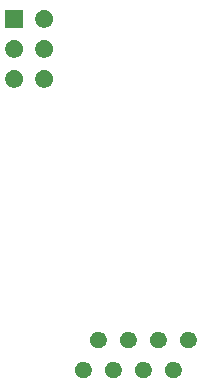
<source format=gbr>
G04 #@! TF.GenerationSoftware,KiCad,Pcbnew,5.1.4*
G04 #@! TF.CreationDate,2019-11-22T11:27:49-05:00*
G04 #@! TF.ProjectId,wheel_speed,77686565-6c5f-4737-9065-65642e6b6963,rev?*
G04 #@! TF.SameCoordinates,Original*
G04 #@! TF.FileFunction,Soldermask,Bot*
G04 #@! TF.FilePolarity,Negative*
%FSLAX46Y46*%
G04 Gerber Fmt 4.6, Leading zero omitted, Abs format (unit mm)*
G04 Created by KiCad (PCBNEW 5.1.4) date 2019-11-22 11:27:49*
%MOMM*%
%LPD*%
G04 APERTURE LIST*
%ADD10C,0.100000*%
G04 APERTURE END LIST*
D10*
G36*
X117044473Y-124801938D02*
G01*
X117172049Y-124854782D01*
X117286859Y-124931495D01*
X117384505Y-125029141D01*
X117461218Y-125143951D01*
X117514062Y-125271527D01*
X117541000Y-125406956D01*
X117541000Y-125545044D01*
X117514062Y-125680473D01*
X117461218Y-125808049D01*
X117384505Y-125922859D01*
X117286859Y-126020505D01*
X117172049Y-126097218D01*
X117044473Y-126150062D01*
X116909044Y-126177000D01*
X116770956Y-126177000D01*
X116635527Y-126150062D01*
X116507951Y-126097218D01*
X116393141Y-126020505D01*
X116295495Y-125922859D01*
X116218782Y-125808049D01*
X116165938Y-125680473D01*
X116139000Y-125545044D01*
X116139000Y-125406956D01*
X116165938Y-125271527D01*
X116218782Y-125143951D01*
X116295495Y-125029141D01*
X116393141Y-124931495D01*
X116507951Y-124854782D01*
X116635527Y-124801938D01*
X116770956Y-124775000D01*
X116909044Y-124775000D01*
X117044473Y-124801938D01*
X117044473Y-124801938D01*
G37*
G36*
X111964473Y-124801938D02*
G01*
X112092049Y-124854782D01*
X112206859Y-124931495D01*
X112304505Y-125029141D01*
X112381218Y-125143951D01*
X112434062Y-125271527D01*
X112461000Y-125406956D01*
X112461000Y-125545044D01*
X112434062Y-125680473D01*
X112381218Y-125808049D01*
X112304505Y-125922859D01*
X112206859Y-126020505D01*
X112092049Y-126097218D01*
X111964473Y-126150062D01*
X111829044Y-126177000D01*
X111690956Y-126177000D01*
X111555527Y-126150062D01*
X111427951Y-126097218D01*
X111313141Y-126020505D01*
X111215495Y-125922859D01*
X111138782Y-125808049D01*
X111085938Y-125680473D01*
X111059000Y-125545044D01*
X111059000Y-125406956D01*
X111085938Y-125271527D01*
X111138782Y-125143951D01*
X111215495Y-125029141D01*
X111313141Y-124931495D01*
X111427951Y-124854782D01*
X111555527Y-124801938D01*
X111690956Y-124775000D01*
X111829044Y-124775000D01*
X111964473Y-124801938D01*
X111964473Y-124801938D01*
G37*
G36*
X114504473Y-124801938D02*
G01*
X114632049Y-124854782D01*
X114746859Y-124931495D01*
X114844505Y-125029141D01*
X114921218Y-125143951D01*
X114974062Y-125271527D01*
X115001000Y-125406956D01*
X115001000Y-125545044D01*
X114974062Y-125680473D01*
X114921218Y-125808049D01*
X114844505Y-125922859D01*
X114746859Y-126020505D01*
X114632049Y-126097218D01*
X114504473Y-126150062D01*
X114369044Y-126177000D01*
X114230956Y-126177000D01*
X114095527Y-126150062D01*
X113967951Y-126097218D01*
X113853141Y-126020505D01*
X113755495Y-125922859D01*
X113678782Y-125808049D01*
X113625938Y-125680473D01*
X113599000Y-125545044D01*
X113599000Y-125406956D01*
X113625938Y-125271527D01*
X113678782Y-125143951D01*
X113755495Y-125029141D01*
X113853141Y-124931495D01*
X113967951Y-124854782D01*
X114095527Y-124801938D01*
X114230956Y-124775000D01*
X114369044Y-124775000D01*
X114504473Y-124801938D01*
X114504473Y-124801938D01*
G37*
G36*
X119584473Y-124801938D02*
G01*
X119712049Y-124854782D01*
X119826859Y-124931495D01*
X119924505Y-125029141D01*
X120001218Y-125143951D01*
X120054062Y-125271527D01*
X120081000Y-125406956D01*
X120081000Y-125545044D01*
X120054062Y-125680473D01*
X120001218Y-125808049D01*
X119924505Y-125922859D01*
X119826859Y-126020505D01*
X119712049Y-126097218D01*
X119584473Y-126150062D01*
X119449044Y-126177000D01*
X119310956Y-126177000D01*
X119175527Y-126150062D01*
X119047951Y-126097218D01*
X118933141Y-126020505D01*
X118835495Y-125922859D01*
X118758782Y-125808049D01*
X118705938Y-125680473D01*
X118679000Y-125545044D01*
X118679000Y-125406956D01*
X118705938Y-125271527D01*
X118758782Y-125143951D01*
X118835495Y-125029141D01*
X118933141Y-124931495D01*
X119047951Y-124854782D01*
X119175527Y-124801938D01*
X119310956Y-124775000D01*
X119449044Y-124775000D01*
X119584473Y-124801938D01*
X119584473Y-124801938D01*
G37*
G36*
X115774473Y-122261938D02*
G01*
X115902049Y-122314782D01*
X116016859Y-122391495D01*
X116114505Y-122489141D01*
X116191218Y-122603951D01*
X116244062Y-122731527D01*
X116271000Y-122866956D01*
X116271000Y-123005044D01*
X116244062Y-123140473D01*
X116191218Y-123268049D01*
X116114505Y-123382859D01*
X116016859Y-123480505D01*
X115902049Y-123557218D01*
X115774473Y-123610062D01*
X115639044Y-123637000D01*
X115500956Y-123637000D01*
X115365527Y-123610062D01*
X115237951Y-123557218D01*
X115123141Y-123480505D01*
X115025495Y-123382859D01*
X114948782Y-123268049D01*
X114895938Y-123140473D01*
X114869000Y-123005044D01*
X114869000Y-122866956D01*
X114895938Y-122731527D01*
X114948782Y-122603951D01*
X115025495Y-122489141D01*
X115123141Y-122391495D01*
X115237951Y-122314782D01*
X115365527Y-122261938D01*
X115500956Y-122235000D01*
X115639044Y-122235000D01*
X115774473Y-122261938D01*
X115774473Y-122261938D01*
G37*
G36*
X120854473Y-122261938D02*
G01*
X120982049Y-122314782D01*
X121096859Y-122391495D01*
X121194505Y-122489141D01*
X121271218Y-122603951D01*
X121324062Y-122731527D01*
X121351000Y-122866956D01*
X121351000Y-123005044D01*
X121324062Y-123140473D01*
X121271218Y-123268049D01*
X121194505Y-123382859D01*
X121096859Y-123480505D01*
X120982049Y-123557218D01*
X120854473Y-123610062D01*
X120719044Y-123637000D01*
X120580956Y-123637000D01*
X120445527Y-123610062D01*
X120317951Y-123557218D01*
X120203141Y-123480505D01*
X120105495Y-123382859D01*
X120028782Y-123268049D01*
X119975938Y-123140473D01*
X119949000Y-123005044D01*
X119949000Y-122866956D01*
X119975938Y-122731527D01*
X120028782Y-122603951D01*
X120105495Y-122489141D01*
X120203141Y-122391495D01*
X120317951Y-122314782D01*
X120445527Y-122261938D01*
X120580956Y-122235000D01*
X120719044Y-122235000D01*
X120854473Y-122261938D01*
X120854473Y-122261938D01*
G37*
G36*
X113234473Y-122261938D02*
G01*
X113362049Y-122314782D01*
X113476859Y-122391495D01*
X113574505Y-122489141D01*
X113651218Y-122603951D01*
X113704062Y-122731527D01*
X113731000Y-122866956D01*
X113731000Y-123005044D01*
X113704062Y-123140473D01*
X113651218Y-123268049D01*
X113574505Y-123382859D01*
X113476859Y-123480505D01*
X113362049Y-123557218D01*
X113234473Y-123610062D01*
X113099044Y-123637000D01*
X112960956Y-123637000D01*
X112825527Y-123610062D01*
X112697951Y-123557218D01*
X112583141Y-123480505D01*
X112485495Y-123382859D01*
X112408782Y-123268049D01*
X112355938Y-123140473D01*
X112329000Y-123005044D01*
X112329000Y-122866956D01*
X112355938Y-122731527D01*
X112408782Y-122603951D01*
X112485495Y-122489141D01*
X112583141Y-122391495D01*
X112697951Y-122314782D01*
X112825527Y-122261938D01*
X112960956Y-122235000D01*
X113099044Y-122235000D01*
X113234473Y-122261938D01*
X113234473Y-122261938D01*
G37*
G36*
X118314473Y-122261938D02*
G01*
X118442049Y-122314782D01*
X118556859Y-122391495D01*
X118654505Y-122489141D01*
X118731218Y-122603951D01*
X118784062Y-122731527D01*
X118811000Y-122866956D01*
X118811000Y-123005044D01*
X118784062Y-123140473D01*
X118731218Y-123268049D01*
X118654505Y-123382859D01*
X118556859Y-123480505D01*
X118442049Y-123557218D01*
X118314473Y-123610062D01*
X118179044Y-123637000D01*
X118040956Y-123637000D01*
X117905527Y-123610062D01*
X117777951Y-123557218D01*
X117663141Y-123480505D01*
X117565495Y-123382859D01*
X117488782Y-123268049D01*
X117435938Y-123140473D01*
X117409000Y-123005044D01*
X117409000Y-122866956D01*
X117435938Y-122731527D01*
X117488782Y-122603951D01*
X117565495Y-122489141D01*
X117663141Y-122391495D01*
X117777951Y-122314782D01*
X117905527Y-122261938D01*
X118040956Y-122235000D01*
X118179044Y-122235000D01*
X118314473Y-122261938D01*
X118314473Y-122261938D01*
G37*
G36*
X106137059Y-100115860D02*
G01*
X106273732Y-100172472D01*
X106396735Y-100254660D01*
X106501340Y-100359265D01*
X106583528Y-100482268D01*
X106640140Y-100618941D01*
X106669000Y-100764033D01*
X106669000Y-100911967D01*
X106640140Y-101057059D01*
X106583528Y-101193732D01*
X106501340Y-101316735D01*
X106396735Y-101421340D01*
X106273732Y-101503528D01*
X106273731Y-101503529D01*
X106273730Y-101503529D01*
X106137059Y-101560140D01*
X105991968Y-101589000D01*
X105844032Y-101589000D01*
X105698941Y-101560140D01*
X105562270Y-101503529D01*
X105562269Y-101503529D01*
X105562268Y-101503528D01*
X105439265Y-101421340D01*
X105334660Y-101316735D01*
X105252472Y-101193732D01*
X105195860Y-101057059D01*
X105167000Y-100911967D01*
X105167000Y-100764033D01*
X105195860Y-100618941D01*
X105252472Y-100482268D01*
X105334660Y-100359265D01*
X105439265Y-100254660D01*
X105562268Y-100172472D01*
X105698941Y-100115860D01*
X105844032Y-100087000D01*
X105991968Y-100087000D01*
X106137059Y-100115860D01*
X106137059Y-100115860D01*
G37*
G36*
X108677059Y-100115860D02*
G01*
X108813732Y-100172472D01*
X108936735Y-100254660D01*
X109041340Y-100359265D01*
X109123528Y-100482268D01*
X109180140Y-100618941D01*
X109209000Y-100764033D01*
X109209000Y-100911967D01*
X109180140Y-101057059D01*
X109123528Y-101193732D01*
X109041340Y-101316735D01*
X108936735Y-101421340D01*
X108813732Y-101503528D01*
X108813731Y-101503529D01*
X108813730Y-101503529D01*
X108677059Y-101560140D01*
X108531968Y-101589000D01*
X108384032Y-101589000D01*
X108238941Y-101560140D01*
X108102270Y-101503529D01*
X108102269Y-101503529D01*
X108102268Y-101503528D01*
X107979265Y-101421340D01*
X107874660Y-101316735D01*
X107792472Y-101193732D01*
X107735860Y-101057059D01*
X107707000Y-100911967D01*
X107707000Y-100764033D01*
X107735860Y-100618941D01*
X107792472Y-100482268D01*
X107874660Y-100359265D01*
X107979265Y-100254660D01*
X108102268Y-100172472D01*
X108238941Y-100115860D01*
X108384032Y-100087000D01*
X108531968Y-100087000D01*
X108677059Y-100115860D01*
X108677059Y-100115860D01*
G37*
G36*
X106137059Y-97575860D02*
G01*
X106273732Y-97632472D01*
X106396735Y-97714660D01*
X106501340Y-97819265D01*
X106583528Y-97942268D01*
X106640140Y-98078941D01*
X106669000Y-98224033D01*
X106669000Y-98371967D01*
X106640140Y-98517059D01*
X106583528Y-98653732D01*
X106501340Y-98776735D01*
X106396735Y-98881340D01*
X106273732Y-98963528D01*
X106273731Y-98963529D01*
X106273730Y-98963529D01*
X106137059Y-99020140D01*
X105991968Y-99049000D01*
X105844032Y-99049000D01*
X105698941Y-99020140D01*
X105562270Y-98963529D01*
X105562269Y-98963529D01*
X105562268Y-98963528D01*
X105439265Y-98881340D01*
X105334660Y-98776735D01*
X105252472Y-98653732D01*
X105195860Y-98517059D01*
X105167000Y-98371967D01*
X105167000Y-98224033D01*
X105195860Y-98078941D01*
X105252472Y-97942268D01*
X105334660Y-97819265D01*
X105439265Y-97714660D01*
X105562268Y-97632472D01*
X105698941Y-97575860D01*
X105844032Y-97547000D01*
X105991968Y-97547000D01*
X106137059Y-97575860D01*
X106137059Y-97575860D01*
G37*
G36*
X108677059Y-97575860D02*
G01*
X108813732Y-97632472D01*
X108936735Y-97714660D01*
X109041340Y-97819265D01*
X109123528Y-97942268D01*
X109180140Y-98078941D01*
X109209000Y-98224033D01*
X109209000Y-98371967D01*
X109180140Y-98517059D01*
X109123528Y-98653732D01*
X109041340Y-98776735D01*
X108936735Y-98881340D01*
X108813732Y-98963528D01*
X108813731Y-98963529D01*
X108813730Y-98963529D01*
X108677059Y-99020140D01*
X108531968Y-99049000D01*
X108384032Y-99049000D01*
X108238941Y-99020140D01*
X108102270Y-98963529D01*
X108102269Y-98963529D01*
X108102268Y-98963528D01*
X107979265Y-98881340D01*
X107874660Y-98776735D01*
X107792472Y-98653732D01*
X107735860Y-98517059D01*
X107707000Y-98371967D01*
X107707000Y-98224033D01*
X107735860Y-98078941D01*
X107792472Y-97942268D01*
X107874660Y-97819265D01*
X107979265Y-97714660D01*
X108102268Y-97632472D01*
X108238941Y-97575860D01*
X108384032Y-97547000D01*
X108531968Y-97547000D01*
X108677059Y-97575860D01*
X108677059Y-97575860D01*
G37*
G36*
X106669000Y-96509000D02*
G01*
X105167000Y-96509000D01*
X105167000Y-95007000D01*
X106669000Y-95007000D01*
X106669000Y-96509000D01*
X106669000Y-96509000D01*
G37*
G36*
X108677059Y-95035860D02*
G01*
X108813732Y-95092472D01*
X108936735Y-95174660D01*
X109041340Y-95279265D01*
X109123528Y-95402268D01*
X109180140Y-95538941D01*
X109209000Y-95684033D01*
X109209000Y-95831967D01*
X109180140Y-95977059D01*
X109123528Y-96113732D01*
X109041340Y-96236735D01*
X108936735Y-96341340D01*
X108813732Y-96423528D01*
X108813731Y-96423529D01*
X108813730Y-96423529D01*
X108677059Y-96480140D01*
X108531968Y-96509000D01*
X108384032Y-96509000D01*
X108238941Y-96480140D01*
X108102270Y-96423529D01*
X108102269Y-96423529D01*
X108102268Y-96423528D01*
X107979265Y-96341340D01*
X107874660Y-96236735D01*
X107792472Y-96113732D01*
X107735860Y-95977059D01*
X107707000Y-95831967D01*
X107707000Y-95684033D01*
X107735860Y-95538941D01*
X107792472Y-95402268D01*
X107874660Y-95279265D01*
X107979265Y-95174660D01*
X108102268Y-95092472D01*
X108238941Y-95035860D01*
X108384032Y-95007000D01*
X108531968Y-95007000D01*
X108677059Y-95035860D01*
X108677059Y-95035860D01*
G37*
M02*

</source>
